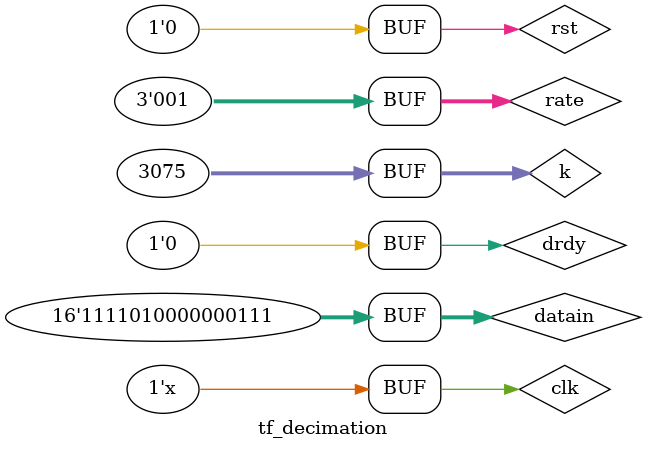
<source format=v>
`timescale 1ns / 1ns



module tf_decimation;

	// Inputs
	reg clk;
	reg rst;
	reg drdy;
	reg [15:0] datain;

	// Outputs
	wire [15:0] dataout;
	wire data_rdy;
	reg [2:0] rate;
   integer k;
	// Instantiate the Unit Under Test (UUT)
	cu_adc_decimation2 uut (
		.clk(clk), 
		.rst(rst), 
		.drdy(drdy), 
		.datain(datain), 
		.dataout(dataout),
      .rate(rate),      		
		.data_rdy(data_rdy)
	);

	initial begin
		// Initialize Inputs
		clk = 0;
		rst = 0;
		drdy = 0;
		datain = 10;
		rate=3'b001;

		// Wait 100 ns for global reset to finish
		#100 rst=1;
		#100 rst=0;
		
		
		
		 for (k=0;k<3075;k=k+1)
           begin
			  #100 drdy =0;
			  #100 drdy =1;
			  #40 drdy =0;
			  #1000 datain=datain-1;
			  end	
        
		// Add stimulus here

	end
 

always
#20 clk = ~clk; 
 
endmodule


</source>
